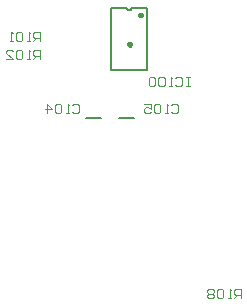
<source format=gbo>
%FSDAX23Y23*%
%MOIN*%
%SFA1B1*%

%IPPOS*%
%ADD43C,0.010000*%
%ADD44C,0.007900*%
%ADD46C,0.003900*%
%LNde-160516-1*%
%LPD*%
G54D43*
X03631Y03427D02*
D01*
X03630Y03427*
X03630Y03427*
X03630Y03428*
X03630Y03428*
X03630Y03428*
X03630Y03429*
X03630Y03429*
X03630Y03429*
X03630Y03429*
X03629Y03430*
X03629Y03430*
X03629Y03430*
X03629Y03430*
X03628Y03431*
X03628Y03431*
X03628Y03431*
X03627Y03431*
X03627Y03431*
X03627Y03431*
X03626Y03431*
X03626Y03431*
X03626Y03431*
X03625*
X03625Y03431*
X03625Y03431*
X03624Y03431*
X03624Y03431*
X03624Y03431*
X03623Y03431*
X03623Y03431*
X03623Y03431*
X03622Y03430*
X03622Y03430*
X03622Y03430*
X03622Y03430*
X03621Y03429*
X03621Y03429*
X03621Y03429*
X03621Y03429*
X03621Y03428*
X03621Y03428*
X03621Y03428*
X03621Y03427*
X03621Y03427*
X03621Y03427*
X03621Y03426*
X03621Y03426*
X03621Y03425*
X03621Y03425*
X03621Y03425*
X03621Y03424*
X03621Y03424*
X03621Y03424*
X03621Y03424*
X03622Y03423*
X03622Y03423*
X03622Y03423*
X03622Y03423*
X03623Y03422*
X03623Y03422*
X03623Y03422*
X03624Y03422*
X03624Y03422*
X03624Y03422*
X03625Y03422*
X03625Y03422*
X03625Y03422*
X03626*
X03626Y03422*
X03626Y03422*
X03627Y03422*
X03627Y03422*
X03627Y03422*
X03628Y03422*
X03628Y03422*
X03628Y03422*
X03629Y03423*
X03629Y03423*
X03629Y03423*
X03629Y03423*
X03630Y03424*
X03630Y03424*
X03630Y03424*
X03630Y03424*
X03630Y03425*
X03630Y03425*
X03630Y03425*
X03630Y03426*
X03630Y03426*
X03631Y03427*
X03595Y03330D02*
D01*
X03594Y03330*
X03594Y03330*
X03594Y03331*
X03594Y03331*
X03594Y03331*
X03594Y03332*
X03594Y03332*
X03594Y03332*
X03594Y03332*
X03593Y03333*
X03593Y03333*
X03593Y03333*
X03593Y03333*
X03592Y03334*
X03592Y03334*
X03592Y03334*
X03591Y03334*
X03591Y03334*
X03591Y03334*
X03590Y03334*
X03590Y03334*
X03590Y03334*
X03589*
X03589Y03334*
X03589Y03334*
X03588Y03334*
X03588Y03334*
X03588Y03334*
X03587Y03334*
X03587Y03334*
X03587Y03334*
X03586Y03333*
X03586Y03333*
X03586Y03333*
X03586Y03333*
X03585Y03332*
X03585Y03332*
X03585Y03332*
X03585Y03332*
X03585Y03331*
X03585Y03331*
X03585Y03331*
X03585Y03330*
X03585Y03330*
X03585Y03330*
X03585Y03329*
X03585Y03329*
X03585Y03328*
X03585Y03328*
X03585Y03328*
X03585Y03327*
X03585Y03327*
X03585Y03327*
X03585Y03327*
X03586Y03326*
X03586Y03326*
X03586Y03326*
X03586Y03326*
X03587Y03325*
X03587Y03325*
X03587Y03325*
X03588Y03325*
X03588Y03325*
X03588Y03325*
X03589Y03325*
X03589Y03325*
X03589Y03325*
X03590*
X03590Y03325*
X03590Y03325*
X03591Y03325*
X03591Y03325*
X03591Y03325*
X03592Y03325*
X03592Y03325*
X03592Y03325*
X03593Y03326*
X03593Y03326*
X03593Y03326*
X03593Y03326*
X03594Y03327*
X03594Y03327*
X03594Y03327*
X03594Y03327*
X03594Y03328*
X03594Y03328*
X03594Y03328*
X03594Y03329*
X03594Y03329*
X03595Y03330*
G54D44*
X03582Y03449D02*
D01*
X03582Y03449*
X03582Y03448*
X03582Y03448*
X03582Y03448*
X03582Y03447*
X03582Y03447*
X03583Y03446*
X03583Y03446*
X03583Y03446*
X03583Y03445*
X03584Y03445*
X03584Y03445*
X03584Y03444*
X03585Y03444*
X03585Y03444*
X03585Y03444*
X03586Y03443*
X03586Y03443*
X03587Y03443*
X03587Y03443*
X03588Y03443*
X03588Y03443*
X03589*
X03589Y03443*
X03589Y03443*
X03590Y03443*
X03590Y03443*
X03591Y03443*
X03591Y03444*
X03592Y03444*
X03592Y03444*
X03592Y03444*
X03593Y03445*
X03593Y03445*
X03593Y03445*
X03593Y03446*
X03594Y03446*
X03594Y03446*
X03594Y03447*
X03594Y03447*
X03594Y03448*
X03595Y03448*
X03595Y03448*
X03595Y03449*
X03595Y03449*
X03648Y03245D02*
Y03449D01*
X03529Y03245D02*
X03648D01*
X03529D02*
Y03449D01*
X03582*
X03595D02*
X03648D01*
X03554Y03085D02*
X03605D01*
X03444D02*
X03495D01*
G54D46*
X03399Y03126D02*
X03404Y03131D01*
X03414*
X03420Y03126*
Y03105*
X03414Y03100*
X03404*
X03399Y03105*
X03388Y03100D02*
X03378D01*
X03383*
Y03131*
X03388Y03126*
X03362D02*
X03357Y03131D01*
X03346*
X03341Y03126*
Y03105*
X03346Y03100*
X03357*
X03362Y03105*
Y03126*
X03315Y03100D02*
Y03131D01*
X03330Y03115*
X03309*
X03729Y03126D02*
X03734Y03131D01*
X03744*
X03750Y03126*
Y03105*
X03744Y03100*
X03734*
X03729Y03105*
X03718Y03100D02*
X03708D01*
X03713*
Y03131*
X03718Y03126*
X03692D02*
X03687Y03131D01*
X03676*
X03671Y03126*
Y03105*
X03676Y03100*
X03687*
X03692Y03105*
Y03126*
X03639Y03131D02*
X03660D01*
Y03115*
X03650Y03121*
X03645*
X03639Y03115*
Y03105*
X03645Y03100*
X03655*
X03660Y03105*
X03790Y03221D02*
X03779D01*
X03784*
Y03190*
X03790*
X03779*
X03742Y03216D02*
X03748Y03221D01*
X03758*
X03763Y03216*
Y03195*
X03758Y03190*
X03748*
X03742Y03195*
X03732Y03190D02*
X03721D01*
X03727*
Y03221*
X03732Y03216*
X03706D02*
X03700Y03221D01*
X03690*
X03685Y03216*
Y03195*
X03690Y03190*
X03700*
X03706Y03195*
Y03216*
X03674D02*
X03669Y03221D01*
X03658*
X03653Y03216*
Y03195*
X03658Y03190*
X03669*
X03674Y03195*
Y03216*
X03290Y03340D02*
Y03371D01*
X03274*
X03269Y03366*
Y03355*
X03274Y03350*
X03290*
X03279D02*
X03269Y03340D01*
X03258D02*
X03248D01*
X03253*
Y03371*
X03258Y03366*
X03232D02*
X03227Y03371D01*
X03216*
X03211Y03366*
Y03345*
X03216Y03340*
X03227*
X03232Y03345*
Y03366*
X03200Y03340D02*
X03190D01*
X03195*
Y03371*
X03200Y03366*
X03290Y03280D02*
Y03311D01*
X03274*
X03269Y03306*
Y03295*
X03274Y03290*
X03290*
X03279D02*
X03269Y03280D01*
X03258D02*
X03248D01*
X03253*
Y03311*
X03258Y03306*
X03232D02*
X03227Y03311D01*
X03216*
X03211Y03306*
Y03285*
X03216Y03280*
X03227*
X03232Y03285*
Y03306*
X03179Y03280D02*
X03200D01*
X03179Y03301*
Y03306*
X03185Y03311*
X03195*
X03200Y03306*
X03960Y02483D02*
Y02514D01*
X03944*
X03939Y02509*
Y02498*
X03944Y02493*
X03960*
X03949D02*
X03939Y02483D01*
X03928D02*
X03918D01*
X03923*
Y02514*
X03928Y02509*
X03902D02*
X03897Y02514D01*
X03886*
X03881Y02509*
Y02488*
X03886Y02483*
X03897*
X03902Y02488*
Y02509*
X03870D02*
X03865Y02514D01*
X03855*
X03849Y02509*
Y02504*
X03855Y02498*
X03849Y02493*
Y02488*
X03855Y02483*
X03865*
X03870Y02488*
Y02493*
X03865Y02498*
X03870Y02504*
Y02509*
X03865Y02498D02*
X03855D01*
M02*
</source>
